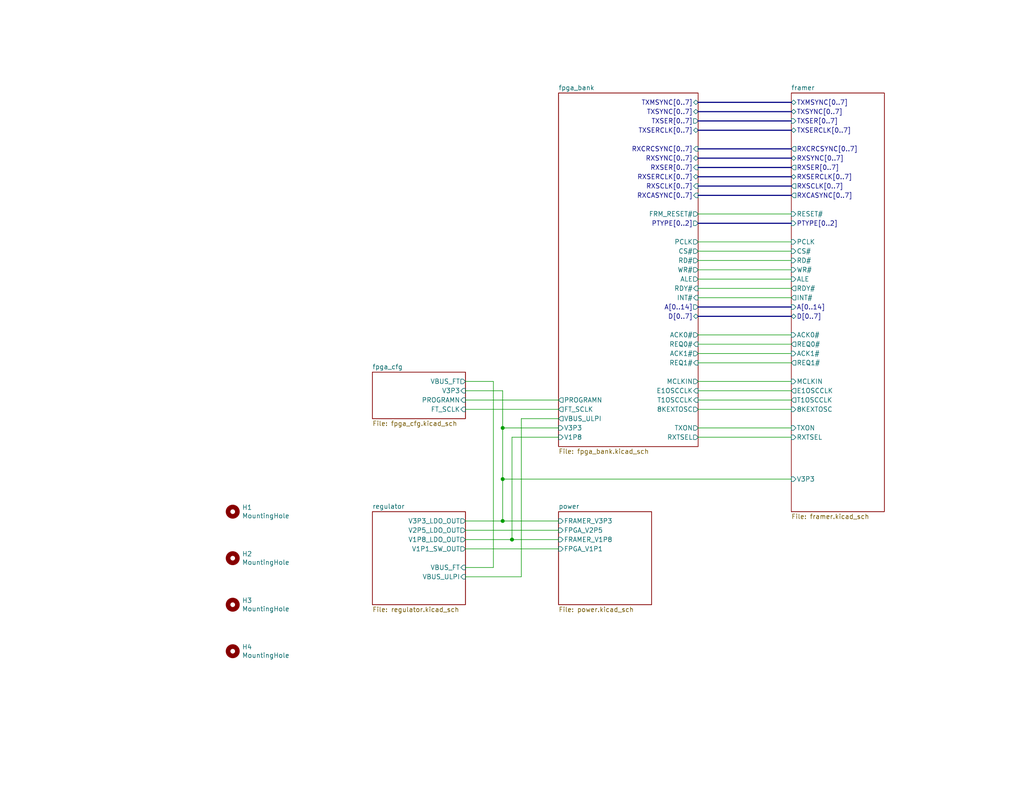
<source format=kicad_sch>
(kicad_sch (version 20210621) (generator eeschema)
  (paper "A")
  (title_block (title "Tedium X8") (date "2020-03-13") (rev "20200313") (company "ShareBrained Technology, Inc.") (comment 1 "Copyright (C) 2020 Jared Boone") (comment 2 "Licensed under CERN-OHL-P v2"))
  (lib_symbols
    (symbol "Mechanical:MountingHole" (pin_names (offset 1.016))
      (property "Reference" "H" (at 0 5.08 0))
      (property "Value" "MountingHole" (at 0 3.175 0))
      (symbol "MountingHole_0_1"
        (circle (center 0 0) (radius 1.27) (stroke (width 1.27)))
      )
    )
  )
  (junction (at 137.16 116.84) (diameter 0.9144))
  (junction (at 137.16 130.81) (diameter 0.9144))
  (junction (at 137.16 142.24) (diameter 0.9144))
  (junction (at 139.7 147.32) (diameter 0.9144))
  (wire (pts (xy 127 104.14) (xy 134.62 104.14)))
  (wire (pts (xy 127 106.68) (xy 137.16 106.68)))
  (wire (pts (xy 127 111.76) (xy 152.4 111.76)))
  (wire (pts (xy 127 142.24) (xy 137.16 142.24)))
  (wire (pts (xy 127 144.78) (xy 152.4 144.78)))
  (wire (pts (xy 127 147.32) (xy 139.7 147.32)))
  (wire (pts (xy 127 149.86) (xy 152.4 149.86)))
  (wire (pts (xy 134.62 104.14) (xy 134.62 154.94)))
  (wire (pts (xy 134.62 154.94) (xy 127 154.94)))
  (wire (pts (xy 137.16 106.68) (xy 137.16 116.84)))
  (wire (pts (xy 137.16 116.84) (xy 137.16 130.81)))
  (wire (pts (xy 137.16 130.81) (xy 137.16 142.24)))
  (wire (pts (xy 137.16 142.24) (xy 152.4 142.24)))
  (wire (pts (xy 139.7 119.38) (xy 139.7 147.32)))
  (wire (pts (xy 139.7 147.32) (xy 152.4 147.32)))
  (wire (pts (xy 142.24 114.3) (xy 142.24 157.48)))
  (wire (pts (xy 142.24 157.48) (xy 127 157.48)))
  (wire (pts (xy 152.4 109.22) (xy 127 109.22)))
  (wire (pts (xy 152.4 114.3) (xy 142.24 114.3)))
  (wire (pts (xy 152.4 116.84) (xy 137.16 116.84)))
  (wire (pts (xy 152.4 119.38) (xy 139.7 119.38)))
  (wire (pts (xy 190.5 58.42) (xy 215.9 58.42)))
  (wire (pts (xy 190.5 66.04) (xy 215.9 66.04)))
  (wire (pts (xy 190.5 68.58) (xy 215.9 68.58)))
  (wire (pts (xy 190.5 71.12) (xy 215.9 71.12)))
  (wire (pts (xy 190.5 73.66) (xy 215.9 73.66)))
  (wire (pts (xy 190.5 76.2) (xy 215.9 76.2)))
  (wire (pts (xy 190.5 78.74) (xy 215.9 78.74)))
  (wire (pts (xy 190.5 81.28) (xy 215.9 81.28)))
  (wire (pts (xy 190.5 91.44) (xy 215.9 91.44)))
  (wire (pts (xy 190.5 93.98) (xy 215.9 93.98)))
  (wire (pts (xy 190.5 96.52) (xy 215.9 96.52)))
  (wire (pts (xy 190.5 99.06) (xy 215.9 99.06)))
  (wire (pts (xy 190.5 104.14) (xy 215.9 104.14)))
  (wire (pts (xy 190.5 106.68) (xy 215.9 106.68)))
  (wire (pts (xy 190.5 109.22) (xy 215.9 109.22)))
  (wire (pts (xy 190.5 111.76) (xy 215.9 111.76)))
  (wire (pts (xy 190.5 116.84) (xy 215.9 116.84)))
  (wire (pts (xy 190.5 119.38) (xy 215.9 119.38)))
  (wire (pts (xy 215.9 130.81) (xy 137.16 130.81)))
  (bus (pts (xy 190.5 27.94) (xy 215.9 27.94)))
  (bus (pts (xy 190.5 30.48) (xy 215.9 30.48)))
  (bus (pts (xy 190.5 33.02) (xy 215.9 33.02)))
  (bus (pts (xy 190.5 35.56) (xy 215.9 35.56)))
  (bus (pts (xy 190.5 40.64) (xy 215.9 40.64)))
  (bus (pts (xy 190.5 43.18) (xy 215.9 43.18)))
  (bus (pts (xy 190.5 45.72) (xy 215.9 45.72)))
  (bus (pts (xy 190.5 48.26) (xy 215.9 48.26)))
  (bus (pts (xy 190.5 50.8) (xy 215.9 50.8)))
  (bus (pts (xy 190.5 53.34) (xy 215.9 53.34)))
  (bus (pts (xy 190.5 60.96) (xy 215.9 60.96)))
  (bus (pts (xy 190.5 83.82) (xy 215.9 83.82)))
  (bus (pts (xy 190.5 86.36) (xy 215.9 86.36)))
  (symbol (lib_id "Mechanical:MountingHole") (at 63.5 139.7 0) (unit 1)
    (property "Reference" "H1" (at 66.04 138.5316 0) (effects (justify left)))
    (property "Value" "MountingHole" (at 66.04 140.843 0) (effects (justify left)))
    (property "Footprint" "MountingHole:MountingHole_3.2mm_M3" (effects hide))
  )
  (symbol (lib_id "Mechanical:MountingHole") (at 63.5 152.4 0) (unit 1)
    (property "Reference" "H2" (at 66.04 151.2316 0) (effects (justify left)))
    (property "Value" "MountingHole" (at 66.04 153.543 0) (effects (justify left)))
    (property "Footprint" "MountingHole:MountingHole_3.2mm_M3" (effects hide))
  )
  (symbol (lib_id "Mechanical:MountingHole") (at 63.5 165.1 0) (unit 1)
    (property "Reference" "H3" (at 66.04 163.9316 0) (effects (justify left)))
    (property "Value" "MountingHole" (at 66.04 166.243 0) (effects (justify left)))
    (property "Footprint" "MountingHole:MountingHole_3.2mm_M3" (effects hide))
  )
  (symbol (lib_id "Mechanical:MountingHole") (at 63.5 177.8 0) (unit 1)
    (property "Reference" "H4" (at 66.04 176.6316 0) (effects (justify left)))
    (property "Value" "MountingHole" (at 66.04 178.943 0) (effects (justify left)))
    (property "Footprint" "MountingHole:MountingHole_3.2mm_M3" (effects hide))
  )
  (sheet (at 152.4 25.4) (size 38.1 96.52)
    (property "Sheet name" "fpga_bank" (at 152.4 24.6884 0) (effects (justify left bottom)))
    (property "Sheet file" "fpga_bank.kicad_sch" (at 152.4 122.5046 0) (effects (justify left top)))
    (pin "TXMSYNC[0..7]" bidirectional (at 190.5 27.94 0))
    (pin "TXSYNC[0..7]" bidirectional (at 190.5 30.48 0))
    (pin "TXSER[0..7]" output (at 190.5 33.02 0))
    (pin "TXSERCLK[0..7]" bidirectional (at 190.5 35.56 0))
    (pin "RXCRCSYNC[0..7]" input (at 190.5 40.64 0))
    (pin "RXSYNC[0..7]" bidirectional (at 190.5 43.18 0))
    (pin "RXSER[0..7]" input (at 190.5 45.72 0))
    (pin "RXSERCLK[0..7]" bidirectional (at 190.5 48.26 0))
    (pin "RXSCLK[0..7]" input (at 190.5 50.8 0))
    (pin "RXCASYNC[0..7]" input (at 190.5 53.34 0))
    (pin "MCLKIN" output (at 190.5 104.14 0))
    (pin "E1OSCCLK" input (at 190.5 106.68 0))
    (pin "T1OSCCLK" input (at 190.5 109.22 0))
    (pin "A[0..14]" output (at 190.5 83.82 0))
    (pin "D[0..7]" bidirectional (at 190.5 86.36 0))
    (pin "FRM_RESET#" output (at 190.5 58.42 0))
    (pin "PTYPE[0..2]" output (at 190.5 60.96 0))
    (pin "PCLK" output (at 190.5 66.04 0))
    (pin "CS#" output (at 190.5 68.58 0))
    (pin "RD#" output (at 190.5 71.12 0))
    (pin "WR#" output (at 190.5 73.66 0))
    (pin "ALE" output (at 190.5 76.2 0))
    (pin "RDY#" input (at 190.5 78.74 0))
    (pin "INT#" input (at 190.5 81.28 0))
    (pin "REQ0#" input (at 190.5 93.98 0))
    (pin "REQ1#" input (at 190.5 99.06 0))
    (pin "ACK0#" output (at 190.5 91.44 0))
    (pin "ACK1#" output (at 190.5 96.52 0))
    (pin "TXON" output (at 190.5 116.84 0))
    (pin "RXTSEL" output (at 190.5 119.38 0))
    (pin "8KEXTOSC" output (at 190.5 111.76 0))
    (pin "V3P3" input (at 152.4 116.84 180))
    (pin "V1P8" input (at 152.4 119.38 180))
    (pin "VBUS_ULPI" output (at 152.4 114.3 180))
    (pin "FT_SCLK" output (at 152.4 111.76 180))
    (pin "PROGRAMN" output (at 152.4 109.22 180))
  )
  (sheet (at 101.6 101.6) (size 25.4 12.7)
    (property "Sheet name" "fpga_cfg" (at 101.6 100.8884 0) (effects (justify left bottom)))
    (property "Sheet file" "fpga_cfg.kicad_sch" (at 101.6 114.8846 0) (effects (justify left top)))
    (pin "V3P3" input (at 127 106.68 0))
    (pin "VBUS_FT" output (at 127 104.14 0))
    (pin "FT_SCLK" input (at 127 111.76 0))
    (pin "PROGRAMN" input (at 127 109.22 0))
  )
  (sheet (at 215.9 25.4) (size 25.4 114.3)
    (property "Sheet name" "framer" (at 215.9 24.6884 0) (effects (justify left bottom)))
    (property "Sheet file" "framer.kicad_sch" (at 215.9 140.2846 0) (effects (justify left top)))
    (pin "TXMSYNC[0..7]" bidirectional (at 215.9 27.94 180))
    (pin "TXSYNC[0..7]" bidirectional (at 215.9 30.48 180))
    (pin "TXSER[0..7]" input (at 215.9 33.02 180))
    (pin "TXSERCLK[0..7]" bidirectional (at 215.9 35.56 180))
    (pin "RXCRCSYNC[0..7]" output (at 215.9 40.64 180))
    (pin "RXSYNC[0..7]" bidirectional (at 215.9 43.18 180))
    (pin "RXSER[0..7]" output (at 215.9 45.72 180))
    (pin "RXSERCLK[0..7]" bidirectional (at 215.9 48.26 180))
    (pin "RXSCLK[0..7]" output (at 215.9 50.8 180))
    (pin "RXCASYNC[0..7]" output (at 215.9 53.34 180))
    (pin "A[0..14]" input (at 215.9 83.82 180))
    (pin "D[0..7]" bidirectional (at 215.9 86.36 180))
    (pin "PCLK" input (at 215.9 66.04 180))
    (pin "MCLKIN" input (at 215.9 104.14 180))
    (pin "RESET#" input (at 215.9 58.42 180))
    (pin "CS#" input (at 215.9 68.58 180))
    (pin "RD#" input (at 215.9 71.12 180))
    (pin "WR#" input (at 215.9 73.66 180))
    (pin "ALE" input (at 215.9 76.2 180))
    (pin "ACK0#" input (at 215.9 91.44 180))
    (pin "ACK1#" input (at 215.9 96.52 180))
    (pin "RDY#" output (at 215.9 78.74 180))
    (pin "PTYPE[0..2]" input (at 215.9 60.96 180))
    (pin "INT#" output (at 215.9 81.28 180))
    (pin "REQ0#" output (at 215.9 93.98 180))
    (pin "REQ1#" output (at 215.9 99.06 180))
    (pin "E1OSCCLK" output (at 215.9 106.68 180))
    (pin "T1OSCCLK" output (at 215.9 109.22 180))
    (pin "TXON" input (at 215.9 116.84 180))
    (pin "RXTSEL" input (at 215.9 119.38 180))
    (pin "8KEXTOSC" input (at 215.9 111.76 180))
    (pin "V3P3" input (at 215.9 130.81 180))
  )
  (sheet (at 152.4 139.7) (size 25.4 25.4)
    (property "Sheet name" "power" (at 152.4 138.9884 0) (effects (justify left bottom)))
    (property "Sheet file" "power.kicad_sch" (at 152.4 165.6846 0) (effects (justify left top)))
    (pin "FPGA_V1P1" input (at 152.4 149.86 180))
    (pin "FRAMER_V3P3" input (at 152.4 142.24 180))
    (pin "FRAMER_V1P8" input (at 152.4 147.32 180))
    (pin "FPGA_V2P5" input (at 152.4 144.78 180))
  )
  (sheet (at 101.6 139.7) (size 25.4 25.4)
    (property "Sheet name" "regulator" (at 101.6 138.9884 0) (effects (justify left bottom)))
    (property "Sheet file" "regulator.kicad_sch" (at 101.6 165.6846 0) (effects (justify left top)))
    (pin "V3P3_LDO_OUT" output (at 127 142.24 0))
    (pin "V2P5_LDO_OUT" output (at 127 144.78 0))
    (pin "V1P8_LDO_OUT" output (at 127 147.32 0))
    (pin "V1P1_SW_OUT" output (at 127 149.86 0))
    (pin "VBUS_FT" input (at 127 154.94 0))
    (pin "VBUS_ULPI" input (at 127 157.48 0))
  )
)
</source>
